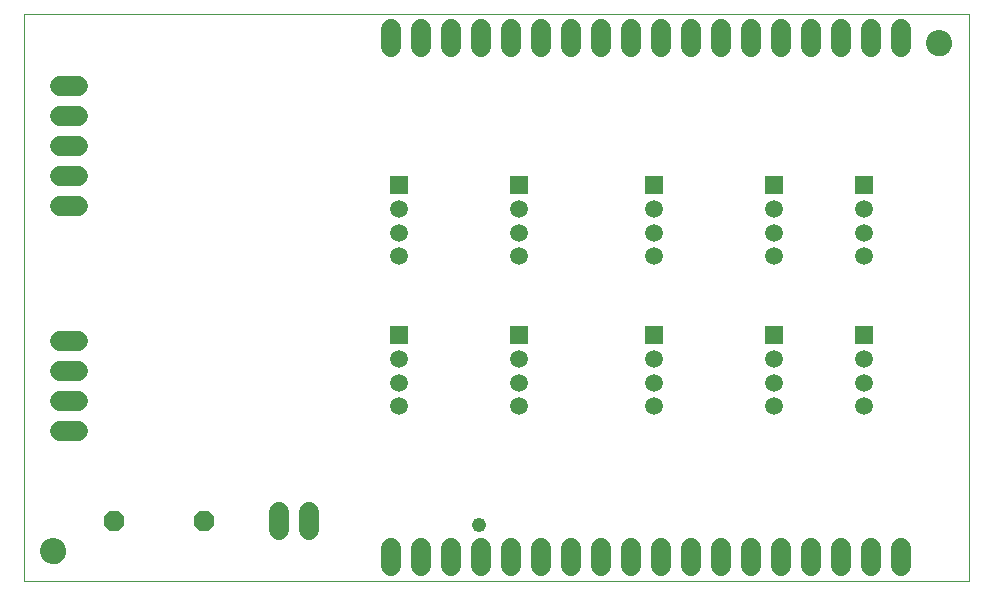
<source format=gbs>
G75*
%MOIN*%
%OFA0B0*%
%FSLAX25Y25*%
%IPPOS*%
%LPD*%
%AMOC8*
5,1,8,0,0,1.08239X$1,22.5*
%
%ADD10C,0.00000*%
%ADD11C,0.08674*%
%ADD12C,0.06800*%
%ADD13R,0.05950X0.05950*%
%ADD14C,0.05950*%
%ADD15OC8,0.06800*%
%ADD16C,0.04800*%
D10*
X0001000Y0001226D02*
X0001000Y0190202D01*
X0315961Y0190202D01*
X0315961Y0001226D01*
X0001000Y0001226D01*
X0006906Y0011069D02*
X0006908Y0011194D01*
X0006914Y0011319D01*
X0006924Y0011443D01*
X0006938Y0011567D01*
X0006955Y0011691D01*
X0006977Y0011814D01*
X0007003Y0011936D01*
X0007032Y0012058D01*
X0007065Y0012178D01*
X0007103Y0012297D01*
X0007143Y0012416D01*
X0007188Y0012532D01*
X0007236Y0012647D01*
X0007288Y0012761D01*
X0007344Y0012873D01*
X0007403Y0012983D01*
X0007465Y0013091D01*
X0007531Y0013198D01*
X0007600Y0013302D01*
X0007673Y0013403D01*
X0007748Y0013503D01*
X0007827Y0013600D01*
X0007909Y0013694D01*
X0007994Y0013786D01*
X0008081Y0013875D01*
X0008172Y0013961D01*
X0008265Y0014044D01*
X0008361Y0014125D01*
X0008459Y0014202D01*
X0008559Y0014276D01*
X0008662Y0014347D01*
X0008767Y0014414D01*
X0008875Y0014479D01*
X0008984Y0014539D01*
X0009095Y0014597D01*
X0009208Y0014650D01*
X0009322Y0014700D01*
X0009438Y0014747D01*
X0009555Y0014789D01*
X0009674Y0014828D01*
X0009794Y0014864D01*
X0009915Y0014895D01*
X0010037Y0014923D01*
X0010159Y0014946D01*
X0010283Y0014966D01*
X0010407Y0014982D01*
X0010531Y0014994D01*
X0010656Y0015002D01*
X0010781Y0015006D01*
X0010905Y0015006D01*
X0011030Y0015002D01*
X0011155Y0014994D01*
X0011279Y0014982D01*
X0011403Y0014966D01*
X0011527Y0014946D01*
X0011649Y0014923D01*
X0011771Y0014895D01*
X0011892Y0014864D01*
X0012012Y0014828D01*
X0012131Y0014789D01*
X0012248Y0014747D01*
X0012364Y0014700D01*
X0012478Y0014650D01*
X0012591Y0014597D01*
X0012702Y0014539D01*
X0012812Y0014479D01*
X0012919Y0014414D01*
X0013024Y0014347D01*
X0013127Y0014276D01*
X0013227Y0014202D01*
X0013325Y0014125D01*
X0013421Y0014044D01*
X0013514Y0013961D01*
X0013605Y0013875D01*
X0013692Y0013786D01*
X0013777Y0013694D01*
X0013859Y0013600D01*
X0013938Y0013503D01*
X0014013Y0013403D01*
X0014086Y0013302D01*
X0014155Y0013198D01*
X0014221Y0013091D01*
X0014283Y0012983D01*
X0014342Y0012873D01*
X0014398Y0012761D01*
X0014450Y0012647D01*
X0014498Y0012532D01*
X0014543Y0012416D01*
X0014583Y0012297D01*
X0014621Y0012178D01*
X0014654Y0012058D01*
X0014683Y0011936D01*
X0014709Y0011814D01*
X0014731Y0011691D01*
X0014748Y0011567D01*
X0014762Y0011443D01*
X0014772Y0011319D01*
X0014778Y0011194D01*
X0014780Y0011069D01*
X0014778Y0010944D01*
X0014772Y0010819D01*
X0014762Y0010695D01*
X0014748Y0010571D01*
X0014731Y0010447D01*
X0014709Y0010324D01*
X0014683Y0010202D01*
X0014654Y0010080D01*
X0014621Y0009960D01*
X0014583Y0009841D01*
X0014543Y0009722D01*
X0014498Y0009606D01*
X0014450Y0009491D01*
X0014398Y0009377D01*
X0014342Y0009265D01*
X0014283Y0009155D01*
X0014221Y0009047D01*
X0014155Y0008940D01*
X0014086Y0008836D01*
X0014013Y0008735D01*
X0013938Y0008635D01*
X0013859Y0008538D01*
X0013777Y0008444D01*
X0013692Y0008352D01*
X0013605Y0008263D01*
X0013514Y0008177D01*
X0013421Y0008094D01*
X0013325Y0008013D01*
X0013227Y0007936D01*
X0013127Y0007862D01*
X0013024Y0007791D01*
X0012919Y0007724D01*
X0012811Y0007659D01*
X0012702Y0007599D01*
X0012591Y0007541D01*
X0012478Y0007488D01*
X0012364Y0007438D01*
X0012248Y0007391D01*
X0012131Y0007349D01*
X0012012Y0007310D01*
X0011892Y0007274D01*
X0011771Y0007243D01*
X0011649Y0007215D01*
X0011527Y0007192D01*
X0011403Y0007172D01*
X0011279Y0007156D01*
X0011155Y0007144D01*
X0011030Y0007136D01*
X0010905Y0007132D01*
X0010781Y0007132D01*
X0010656Y0007136D01*
X0010531Y0007144D01*
X0010407Y0007156D01*
X0010283Y0007172D01*
X0010159Y0007192D01*
X0010037Y0007215D01*
X0009915Y0007243D01*
X0009794Y0007274D01*
X0009674Y0007310D01*
X0009555Y0007349D01*
X0009438Y0007391D01*
X0009322Y0007438D01*
X0009208Y0007488D01*
X0009095Y0007541D01*
X0008984Y0007599D01*
X0008874Y0007659D01*
X0008767Y0007724D01*
X0008662Y0007791D01*
X0008559Y0007862D01*
X0008459Y0007936D01*
X0008361Y0008013D01*
X0008265Y0008094D01*
X0008172Y0008177D01*
X0008081Y0008263D01*
X0007994Y0008352D01*
X0007909Y0008444D01*
X0007827Y0008538D01*
X0007748Y0008635D01*
X0007673Y0008735D01*
X0007600Y0008836D01*
X0007531Y0008940D01*
X0007465Y0009047D01*
X0007403Y0009155D01*
X0007344Y0009265D01*
X0007288Y0009377D01*
X0007236Y0009491D01*
X0007188Y0009606D01*
X0007143Y0009722D01*
X0007103Y0009841D01*
X0007065Y0009960D01*
X0007032Y0010080D01*
X0007003Y0010202D01*
X0006977Y0010324D01*
X0006955Y0010447D01*
X0006938Y0010571D01*
X0006924Y0010695D01*
X0006914Y0010819D01*
X0006908Y0010944D01*
X0006906Y0011069D01*
X0302181Y0180360D02*
X0302183Y0180485D01*
X0302189Y0180610D01*
X0302199Y0180734D01*
X0302213Y0180858D01*
X0302230Y0180982D01*
X0302252Y0181105D01*
X0302278Y0181227D01*
X0302307Y0181349D01*
X0302340Y0181469D01*
X0302378Y0181588D01*
X0302418Y0181707D01*
X0302463Y0181823D01*
X0302511Y0181938D01*
X0302563Y0182052D01*
X0302619Y0182164D01*
X0302678Y0182274D01*
X0302740Y0182382D01*
X0302806Y0182489D01*
X0302875Y0182593D01*
X0302948Y0182694D01*
X0303023Y0182794D01*
X0303102Y0182891D01*
X0303184Y0182985D01*
X0303269Y0183077D01*
X0303356Y0183166D01*
X0303447Y0183252D01*
X0303540Y0183335D01*
X0303636Y0183416D01*
X0303734Y0183493D01*
X0303834Y0183567D01*
X0303937Y0183638D01*
X0304042Y0183705D01*
X0304150Y0183770D01*
X0304259Y0183830D01*
X0304370Y0183888D01*
X0304483Y0183941D01*
X0304597Y0183991D01*
X0304713Y0184038D01*
X0304830Y0184080D01*
X0304949Y0184119D01*
X0305069Y0184155D01*
X0305190Y0184186D01*
X0305312Y0184214D01*
X0305434Y0184237D01*
X0305558Y0184257D01*
X0305682Y0184273D01*
X0305806Y0184285D01*
X0305931Y0184293D01*
X0306056Y0184297D01*
X0306180Y0184297D01*
X0306305Y0184293D01*
X0306430Y0184285D01*
X0306554Y0184273D01*
X0306678Y0184257D01*
X0306802Y0184237D01*
X0306924Y0184214D01*
X0307046Y0184186D01*
X0307167Y0184155D01*
X0307287Y0184119D01*
X0307406Y0184080D01*
X0307523Y0184038D01*
X0307639Y0183991D01*
X0307753Y0183941D01*
X0307866Y0183888D01*
X0307977Y0183830D01*
X0308087Y0183770D01*
X0308194Y0183705D01*
X0308299Y0183638D01*
X0308402Y0183567D01*
X0308502Y0183493D01*
X0308600Y0183416D01*
X0308696Y0183335D01*
X0308789Y0183252D01*
X0308880Y0183166D01*
X0308967Y0183077D01*
X0309052Y0182985D01*
X0309134Y0182891D01*
X0309213Y0182794D01*
X0309288Y0182694D01*
X0309361Y0182593D01*
X0309430Y0182489D01*
X0309496Y0182382D01*
X0309558Y0182274D01*
X0309617Y0182164D01*
X0309673Y0182052D01*
X0309725Y0181938D01*
X0309773Y0181823D01*
X0309818Y0181707D01*
X0309858Y0181588D01*
X0309896Y0181469D01*
X0309929Y0181349D01*
X0309958Y0181227D01*
X0309984Y0181105D01*
X0310006Y0180982D01*
X0310023Y0180858D01*
X0310037Y0180734D01*
X0310047Y0180610D01*
X0310053Y0180485D01*
X0310055Y0180360D01*
X0310053Y0180235D01*
X0310047Y0180110D01*
X0310037Y0179986D01*
X0310023Y0179862D01*
X0310006Y0179738D01*
X0309984Y0179615D01*
X0309958Y0179493D01*
X0309929Y0179371D01*
X0309896Y0179251D01*
X0309858Y0179132D01*
X0309818Y0179013D01*
X0309773Y0178897D01*
X0309725Y0178782D01*
X0309673Y0178668D01*
X0309617Y0178556D01*
X0309558Y0178446D01*
X0309496Y0178338D01*
X0309430Y0178231D01*
X0309361Y0178127D01*
X0309288Y0178026D01*
X0309213Y0177926D01*
X0309134Y0177829D01*
X0309052Y0177735D01*
X0308967Y0177643D01*
X0308880Y0177554D01*
X0308789Y0177468D01*
X0308696Y0177385D01*
X0308600Y0177304D01*
X0308502Y0177227D01*
X0308402Y0177153D01*
X0308299Y0177082D01*
X0308194Y0177015D01*
X0308086Y0176950D01*
X0307977Y0176890D01*
X0307866Y0176832D01*
X0307753Y0176779D01*
X0307639Y0176729D01*
X0307523Y0176682D01*
X0307406Y0176640D01*
X0307287Y0176601D01*
X0307167Y0176565D01*
X0307046Y0176534D01*
X0306924Y0176506D01*
X0306802Y0176483D01*
X0306678Y0176463D01*
X0306554Y0176447D01*
X0306430Y0176435D01*
X0306305Y0176427D01*
X0306180Y0176423D01*
X0306056Y0176423D01*
X0305931Y0176427D01*
X0305806Y0176435D01*
X0305682Y0176447D01*
X0305558Y0176463D01*
X0305434Y0176483D01*
X0305312Y0176506D01*
X0305190Y0176534D01*
X0305069Y0176565D01*
X0304949Y0176601D01*
X0304830Y0176640D01*
X0304713Y0176682D01*
X0304597Y0176729D01*
X0304483Y0176779D01*
X0304370Y0176832D01*
X0304259Y0176890D01*
X0304149Y0176950D01*
X0304042Y0177015D01*
X0303937Y0177082D01*
X0303834Y0177153D01*
X0303734Y0177227D01*
X0303636Y0177304D01*
X0303540Y0177385D01*
X0303447Y0177468D01*
X0303356Y0177554D01*
X0303269Y0177643D01*
X0303184Y0177735D01*
X0303102Y0177829D01*
X0303023Y0177926D01*
X0302948Y0178026D01*
X0302875Y0178127D01*
X0302806Y0178231D01*
X0302740Y0178338D01*
X0302678Y0178446D01*
X0302619Y0178556D01*
X0302563Y0178668D01*
X0302511Y0178782D01*
X0302463Y0178897D01*
X0302418Y0179013D01*
X0302378Y0179132D01*
X0302340Y0179251D01*
X0302307Y0179371D01*
X0302278Y0179493D01*
X0302252Y0179615D01*
X0302230Y0179738D01*
X0302213Y0179862D01*
X0302199Y0179986D01*
X0302189Y0180110D01*
X0302183Y0180235D01*
X0302181Y0180360D01*
D11*
X0306118Y0180360D03*
X0010843Y0011069D03*
D12*
X0013000Y0051226D02*
X0019000Y0051226D01*
X0019000Y0061226D02*
X0013000Y0061226D01*
X0013000Y0071226D02*
X0019000Y0071226D01*
X0019000Y0081226D02*
X0013000Y0081226D01*
X0013000Y0126226D02*
X0019000Y0126226D01*
X0019000Y0136226D02*
X0013000Y0136226D01*
X0013000Y0146226D02*
X0019000Y0146226D01*
X0019000Y0156226D02*
X0013000Y0156226D01*
X0013000Y0166226D02*
X0019000Y0166226D01*
X0123461Y0179328D02*
X0123461Y0185328D01*
X0133461Y0185328D02*
X0133461Y0179328D01*
X0143461Y0179328D02*
X0143461Y0185328D01*
X0153461Y0185328D02*
X0153461Y0179328D01*
X0163461Y0179328D02*
X0163461Y0185328D01*
X0173461Y0185328D02*
X0173461Y0179328D01*
X0183461Y0179328D02*
X0183461Y0185328D01*
X0193461Y0185328D02*
X0193461Y0179328D01*
X0203461Y0179328D02*
X0203461Y0185328D01*
X0213461Y0185328D02*
X0213461Y0179328D01*
X0223461Y0179328D02*
X0223461Y0185328D01*
X0233461Y0185328D02*
X0233461Y0179328D01*
X0243461Y0179328D02*
X0243461Y0185328D01*
X0253461Y0185328D02*
X0253461Y0179328D01*
X0263461Y0179328D02*
X0263461Y0185328D01*
X0273461Y0185328D02*
X0273461Y0179328D01*
X0283461Y0179328D02*
X0283461Y0185328D01*
X0293461Y0185328D02*
X0293461Y0179328D01*
X0096000Y0024226D02*
X0096000Y0018226D01*
X0086000Y0018226D02*
X0086000Y0024226D01*
X0123461Y0012100D02*
X0123461Y0006100D01*
X0133461Y0006100D02*
X0133461Y0012100D01*
X0143461Y0012100D02*
X0143461Y0006100D01*
X0153461Y0006100D02*
X0153461Y0012100D01*
X0163461Y0012100D02*
X0163461Y0006100D01*
X0173461Y0006100D02*
X0173461Y0012100D01*
X0183461Y0012100D02*
X0183461Y0006100D01*
X0193461Y0006100D02*
X0193461Y0012100D01*
X0203461Y0012100D02*
X0203461Y0006100D01*
X0213461Y0006100D02*
X0213461Y0012100D01*
X0223461Y0012100D02*
X0223461Y0006100D01*
X0233461Y0006100D02*
X0233461Y0012100D01*
X0243461Y0012100D02*
X0243461Y0006100D01*
X0253461Y0006100D02*
X0253461Y0012100D01*
X0263461Y0012100D02*
X0263461Y0006100D01*
X0273461Y0006100D02*
X0273461Y0012100D01*
X0283461Y0012100D02*
X0283461Y0006100D01*
X0293461Y0006100D02*
X0293461Y0012100D01*
D13*
X0281000Y0083037D03*
X0251000Y0083037D03*
X0211000Y0083037D03*
X0166000Y0083037D03*
X0126000Y0083037D03*
X0126000Y0133037D03*
X0166000Y0133037D03*
X0211000Y0133037D03*
X0251000Y0133037D03*
X0281000Y0133037D03*
D14*
X0281000Y0125163D03*
X0281000Y0117289D03*
X0281000Y0109415D03*
X0251000Y0109415D03*
X0251000Y0117289D03*
X0251000Y0125163D03*
X0211000Y0125163D03*
X0211000Y0117289D03*
X0211000Y0109415D03*
X0166000Y0109415D03*
X0166000Y0117289D03*
X0166000Y0125163D03*
X0126000Y0125163D03*
X0126000Y0117289D03*
X0126000Y0109415D03*
X0126000Y0075163D03*
X0126000Y0067289D03*
X0126000Y0059415D03*
X0166000Y0059415D03*
X0166000Y0067289D03*
X0166000Y0075163D03*
X0211000Y0075163D03*
X0211000Y0067289D03*
X0211000Y0059415D03*
X0251000Y0059415D03*
X0251000Y0067289D03*
X0251000Y0075163D03*
X0281000Y0075163D03*
X0281000Y0067289D03*
X0281000Y0059415D03*
D15*
X0061000Y0021226D03*
X0031000Y0021226D03*
D16*
X0152800Y0019926D03*
M02*

</source>
